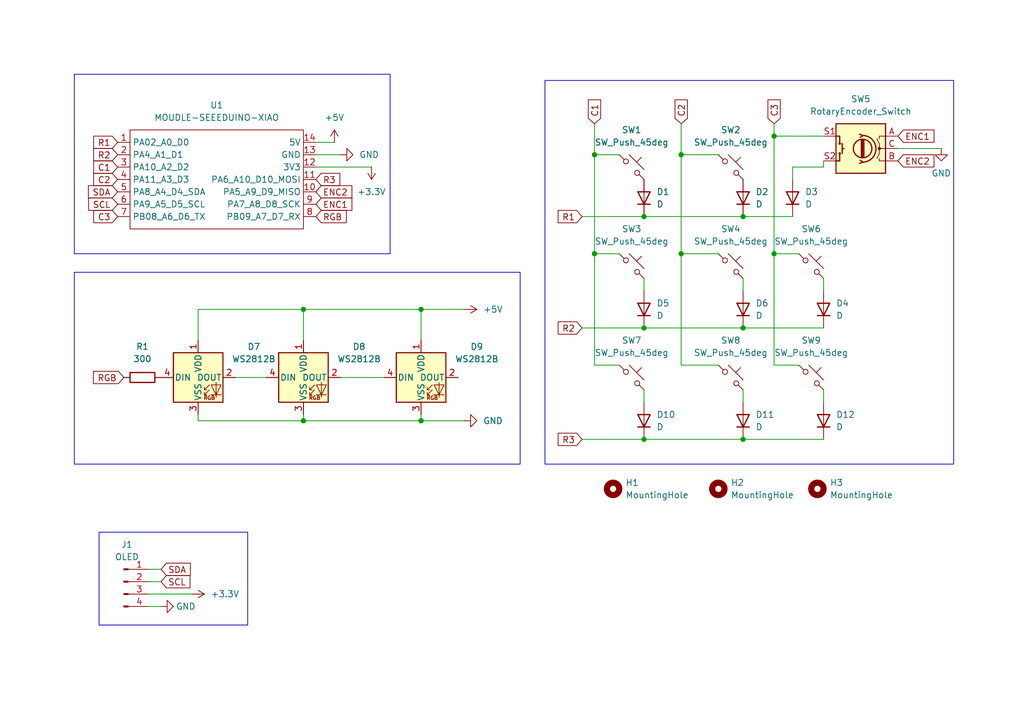
<source format=kicad_sch>
(kicad_sch (version 20231120) (generator "eeschema") (generator_version "8.0")
  (paper "A5")
  (title_block (title "Winpad") (date "2024-10-05") (rev "1") (company "Hack Club") (comment 1 "Created by @grimsteel"))
  (lib_symbols
    (symbol "Connector:Conn_01x04_Pin" (pin_names (offset 1.016) hide)
      (property "Reference" "J" (at 0 5.08 0))
      (property "Value" "Conn_01x04_Pin" (at 0 -7.62 0))
      (symbol "Conn_01x04_Pin_1_1"
        (polyline (pts (xy 1.27 -5.08) (xy 0.8636 -5.08)) (stroke (width 0.1524)))
        (polyline (pts (xy 1.27 -2.54) (xy 0.8636 -2.54)) (stroke (width 0.1524)))
        (polyline (pts (xy 1.27 0) (xy 0.8636 0)) (stroke (width 0.1524)))
        (polyline (pts (xy 1.27 2.54) (xy 0.8636 2.54)) (stroke (width 0.1524)))
        (rectangle (start 0.8636 -4.953) (end 0 -5.207) (stroke (width 0.1524)) (fill (type outline)))
        (rectangle (start 0.8636 -2.413) (end 0 -2.667) (stroke (width 0.1524)) (fill (type outline)))
        (rectangle (start 0.8636 0.127) (end 0 -0.127) (stroke (width 0.1524)) (fill (type outline)))
        (rectangle (start 0.8636 2.667) (end 0 2.413) (stroke (width 0.1524)) (fill (type outline)))
        (pin passive line (at 5.08 2.54 180) (length 3.81) (name "Pin_1") (number "1"))
        (pin passive line (at 5.08 0 180) (length 3.81) (name "Pin_2") (number "2"))
        (pin passive line (at 5.08 -2.54 180) (length 3.81) (name "Pin_3") (number "3"))
        (pin passive line (at 5.08 -5.08 180) (length 3.81) (name "Pin_4") (number "4"))
      )
    )
    (symbol "Device:D" (pin_numbers hide) (pin_names (offset 1.016) hide)
      (property "Reference" "D" (at 0 2.54 0))
      (property "Value" "D" (at 0 -2.54 0))
      (symbol "D_0_1"
        (polyline (pts (xy -1.27 1.27) (xy -1.27 -1.27)) (stroke (width 0.254)))
        (polyline (pts (xy 1.27 0) (xy -1.27 0)))
        (polyline (pts (xy 1.27 1.27) (xy 1.27 -1.27) (xy -1.27 0) (xy 1.27 1.27)) (stroke (width 0.254)))
      )
      (symbol "D_1_1"
        (pin passive line (at -3.81 0 0) (length 2.54) (name "K") (number "1"))
        (pin passive line (at 3.81 0 180) (length 2.54) (name "A") (number "2"))
      )
    )
    (symbol "Device:R" (pin_numbers hide) (pin_names (offset 0))
      (property "Reference" "R" (at 2.032 0 90))
      (property "Value" "R" (at 0 0 90))
      (symbol "R_0_1"
        (rectangle (start -1.016 -2.54) (end 1.016 2.54) (stroke (width 0.254)))
      )
      (symbol "R_1_1"
        (pin passive line (at 0 3.81 270) (length 1.27) (name "~") (number "1"))
        (pin passive line (at 0 -3.81 90) (length 1.27) (name "~") (number "2"))
      )
    )
    (symbol "Device:RotaryEncoder_Switch" (pin_names (offset 0.254) hide)
      (property "Reference" "SW" (at 0 6.604 0))
      (property "Value" "RotaryEncoder_Switch" (at 0 -6.604 0))
      (symbol "RotaryEncoder_Switch_0_1"
        (rectangle (start -5.08 5.08) (end 5.08 -5.08) (stroke (width 0.254)) (fill (type background)))
        (circle (center -3.81 0) (radius 0.254) (fill (type outline)))
        (circle (center -0.381 0) (radius 1.905) (stroke (width 0.254)))
        (arc (start -0.381 2.667) (mid -3.0988 -0.0635) (end -0.381 -2.794) (stroke (width 0.254)))
        (polyline (pts (xy -0.635 -1.778) (xy -0.635 1.778)) (stroke (width 0.254)))
        (polyline (pts (xy -0.381 -1.778) (xy -0.381 1.778)) (stroke (width 0.254)))
        (polyline (pts (xy -0.127 1.778) (xy -0.127 -1.778)) (stroke (width 0.254)))
        (polyline (pts (xy 3.81 0) (xy 3.429 0)) (stroke (width 0.254)))
        (polyline (pts (xy 3.81 1.016) (xy 3.81 -1.016)) (stroke (width 0.254)))
        (polyline (pts (xy -5.08 -2.54) (xy -3.81 -2.54) (xy -3.81 -2.032)))
        (polyline (pts (xy -5.08 2.54) (xy -3.81 2.54) (xy -3.81 2.032)))
        (polyline (pts (xy 0.254 -3.048) (xy -0.508 -2.794) (xy 0.127 -2.413)) (stroke (width 0.254)))
        (polyline (pts (xy 0.254 2.921) (xy -0.508 2.667) (xy 0.127 2.286)) (stroke (width 0.254)))
        (polyline (pts (xy 5.08 -2.54) (xy 4.318 -2.54) (xy 4.318 -1.016)) (stroke (width 0.254)))
        (polyline (pts (xy 5.08 2.54) (xy 4.318 2.54) (xy 4.318 1.016)) (stroke (width 0.254)))
        (polyline (pts (xy -5.08 0) (xy -3.81 0) (xy -3.81 -1.016) (xy -3.302 -2.032)))
        (polyline (pts (xy -4.318 0) (xy -3.81 0) (xy -3.81 1.016) (xy -3.302 2.032)))
        (circle (center 4.318 -1.016) (radius 0.127) (stroke (width 0.254)))
        (circle (center 4.318 1.016) (radius 0.127) (stroke (width 0.254)))
      )
      (symbol "RotaryEncoder_Switch_1_1"
        (pin passive line (at -7.62 2.54 0) (length 2.54) (name "A") (number "A"))
        (pin passive line (at -7.62 -2.54 0) (length 2.54) (name "B") (number "B"))
        (pin passive line (at -7.62 0 0) (length 2.54) (name "C") (number "C"))
        (pin passive line (at 7.62 2.54 180) (length 2.54) (name "S1") (number "S1"))
        (pin passive line (at 7.62 -2.54 180) (length 2.54) (name "S2") (number "S2"))
      )
    )
    (symbol "LED:WS2812B" (pin_names (offset 0.254))
      (property "Reference" "D" (at 5.08 5.715 0))
      (property "Value" "WS2812B" (at 1.27 -5.715 0))
      (symbol "WS2812B_0_0"
        (text "RGB" (at 2.286 -4.191 0) (effects (font (size 0.762 0.762))))
      )
      (symbol "WS2812B_0_1"
        (polyline (pts (xy 1.27 -3.556) (xy 1.778 -3.556)))
        (polyline (pts (xy 1.27 -2.54) (xy 1.778 -2.54)))
        (polyline (pts (xy 4.699 -3.556) (xy 2.667 -3.556)))
        (polyline (pts (xy 2.286 -2.54) (xy 1.27 -3.556) (xy 1.27 -3.048)))
        (polyline (pts (xy 2.286 -1.524) (xy 1.27 -2.54) (xy 1.27 -2.032)))
        (polyline (pts (xy 3.683 -1.016) (xy 3.683 -3.556) (xy 3.683 -4.064)))
        (polyline (pts (xy 4.699 -1.524) (xy 2.667 -1.524) (xy 3.683 -3.556) (xy 4.699 -1.524)))
        (rectangle (start 5.08 5.08) (end -5.08 -5.08) (stroke (width 0.254)) (fill (type background)))
      )
      (symbol "WS2812B_1_1"
        (pin power_in line (at 0 7.62 270) (length 2.54) (name "VDD") (number "1"))
        (pin output line (at 7.62 0 180) (length 2.54) (name "DOUT") (number "2"))
        (pin power_in line (at 0 -7.62 90) (length 2.54) (name "VSS") (number "3"))
        (pin input line (at -7.62 0 0) (length 2.54) (name "DIN") (number "4"))
      )
    )
    (symbol "Mechanical:MountingHole" (pin_names (offset 1.016)) (exclude_from_sim yes) (in_bom no)
      (property "Reference" "H" (at 0 5.08 0))
      (property "Value" "MountingHole" (at 0 3.175 0))
      (symbol "MountingHole_0_1"
        (circle (center 0 0) (radius 1.27) (stroke (width 1.27)))
      )
    )
    (symbol "Switch:SW_Push_45deg" (pin_numbers hide) (pin_names (offset 1.016) hide)
      (property "Reference" "SW" (at 3.048 1.016 0))
      (property "Value" "SW_Push_45deg" (at 0 -3.81 0))
      (symbol "SW_Push_45deg_0_1"
        (circle (center -1.1684 1.1684) (radius 0.508))
        (polyline (pts (xy -0.508 2.54) (xy 2.54 -0.508)))
        (polyline (pts (xy 1.016 1.016) (xy 2.032 2.032)))
        (polyline (pts (xy -2.54 2.54) (xy -1.524 1.524) (xy -1.524 1.524)))
        (polyline (pts (xy 1.524 -1.524) (xy 2.54 -2.54) (xy 2.54 -2.54) (xy 2.54 -2.54)))
        (circle (center 1.143 -1.1938) (radius 0.508))
        (pin passive line (at -2.54 2.54 0) (length 0) (name "1") (number "1"))
        (pin passive line (at 2.54 -2.54 180) (length 0) (name "2") (number "2"))
      )
    )
    (symbol "power:+3.3V" (power) (pin_numbers hide) (pin_names (offset 0) hide)
      (property "Value" "+3.3V" (at 0 3.556 0))
      (symbol "+3.3V_0_1"
        (polyline (pts (xy -0.762 1.27) (xy 0 2.54)))
        (polyline (pts (xy 0 0) (xy 0 2.54)))
        (polyline (pts (xy 0 2.54) (xy 0.762 1.27)))
      )
      (symbol "+3.3V_1_1"
        (pin power_in line (at 0 0 90) (length 0) (name "~") (number "1"))
      )
    )
    (symbol "power:+5V" (power) (pin_numbers hide) (pin_names (offset 0) hide)
      (property "Value" "+5V" (at 0 3.556 0))
      (symbol "+5V_0_1"
        (polyline (pts (xy -0.762 1.27) (xy 0 2.54)))
        (polyline (pts (xy 0 0) (xy 0 2.54)))
        (polyline (pts (xy 0 2.54) (xy 0.762 1.27)))
      )
      (symbol "+5V_1_1"
        (pin power_in line (at 0 0 90) (length 0) (name "~") (number "1"))
      )
    )
    (symbol "power:GND" (power) (pin_numbers hide) (pin_names (offset 0) hide)
      (property "Value" "GND" (at 0 -3.81 0))
      (symbol "GND_0_1"
        (polyline (pts (xy 0 0) (xy 0 -1.27) (xy 1.27 -1.27) (xy 0 -2.54) (xy -1.27 -1.27) (xy 0 -1.27)))
      )
      (symbol "GND_1_1"
        (pin power_in line (at 0 0 270) (length 0) (name "~") (number "1"))
      )
    )
    (symbol "seed xiao:MOUDLE-SEEEDUINO-XIAO"
      (property "Reference" "U" (at -16.51 11.43 0))
      (property "Value" "MOUDLE-SEEEDUINO-XIAO" (at -3.81 -11.43 0))
      (symbol "MOUDLE-SEEEDUINO-XIAO_0_1"
        (rectangle (start -16.51 10.16) (end 19.05 -10.16))
      )
      (symbol "MOUDLE-SEEEDUINO-XIAO_1_1"
        (pin passive line (at -19.05 7.62 0) (length 2.54) (name "PA02_A0_D0") (number "1"))
        (pin passive line (at 21.59 -2.54 180) (length 2.54) (name "PA5_A9_D9_MISO") (number "10"))
        (pin passive line (at 21.59 0 180) (length 2.54) (name "PA6_A10_D10_MOSI") (number "11"))
        (pin passive line (at 21.59 2.54 180) (length 2.54) (name "3V3") (number "12"))
        (pin passive line (at 21.59 5.08 180) (length 2.54) (name "GND") (number "13"))
        (pin passive line (at 21.59 7.62 180) (length 2.54) (name "5V") (number "14"))
        (pin passive line (at -19.05 5.08 0) (length 2.54) (name "PA4_A1_D1") (number "2"))
        (pin passive line (at -19.05 2.54 0) (length 2.54) (name "PA10_A2_D2") (number "3"))
        (pin passive line (at -19.05 0 0) (length 2.54) (name "PA11_A3_D3") (number "4"))
        (pin passive line (at -19.05 -2.54 0) (length 2.54) (name "PA8_A4_D4_SDA") (number "5"))
        (pin passive line (at -19.05 -5.08 0) (length 2.54) (name "PA9_A5_D5_SCL") (number "6"))
        (pin passive line (at -19.05 -7.62 0) (length 2.54) (name "PB08_A6_D6_TX") (number "7"))
        (pin passive line (at 21.59 -7.62 180) (length 2.54) (name "PB09_A7_D7_RX") (number "8"))
        (pin passive line (at 21.59 -5.08 180) (length 2.54) (name "PA7_A8_D8_SCK") (number "9"))
      )
    )
  )
  (junction (at 158.75 27.94))
  (junction (at 152.4 90.17))
  (junction (at 86.36 63.5))
  (junction (at 132.08 90.17))
  (junction (at 62.23 86.36))
  (junction (at 132.08 44.45))
  (junction (at 152.4 67.31))
  (junction (at 158.75 52.07))
  (junction (at 152.4 44.45))
  (junction (at 121.92 31.75))
  (junction (at 121.92 52.07))
  (junction (at 62.23 63.5))
  (junction (at 139.7 52.07))
  (junction (at 139.7 31.75))
  (junction (at 132.08 67.31))
  (junction (at 86.36 86.36))
  (wire (pts (xy 121.92 74.93) (xy 127 74.93)))
  (wire (pts (xy 168.91 57.15) (xy 168.91 59.69)))
  (wire (pts (xy 163.83 52.07) (xy 158.75 52.07)))
  (wire (pts (xy 62.23 85.09) (xy 62.23 86.36)))
  (wire (pts (xy 158.75 74.93) (xy 163.83 74.93)))
  (wire (pts (xy 121.92 25.4) (xy 121.92 31.75)))
  (wire (pts (xy 152.4 67.31) (xy 168.91 67.31)))
  (wire (pts (xy 86.36 63.5) (xy 95.25 63.5)))
  (wire (pts (xy 86.36 86.36) (xy 95.25 86.36)))
  (wire (pts (xy 86.36 63.5) (xy 86.36 69.85)))
  (wire (pts (xy 139.7 31.75) (xy 139.7 52.07)))
  (wire (pts (xy 158.75 25.4) (xy 158.75 27.94)))
  (wire (pts (xy 193.04 30.48) (xy 184.15 30.48)))
  (wire (pts (xy 152.4 80.01) (xy 152.4 82.55)))
  (wire (pts (xy 152.4 59.69) (xy 152.4 57.15)))
  (wire (pts (xy 33.02 124.46) (xy 30.48 124.46)))
  (wire (pts (xy 62.23 63.5) (xy 62.23 69.85)))
  (wire (pts (xy 168.91 80.01) (xy 168.91 82.55)))
  (wire (pts (xy 119.38 90.17) (xy 132.08 90.17)))
  (wire (pts (xy 30.48 116.84) (xy 33.02 116.84)))
  (wire (pts (xy 40.64 69.85) (xy 40.64 63.5)))
  (wire (pts (xy 139.7 74.93) (xy 147.32 74.93)))
  (wire (pts (xy 158.75 52.07) (xy 158.75 74.93)))
  (wire (pts (xy 40.64 86.36) (xy 62.23 86.36)))
  (wire (pts (xy 69.85 77.47) (xy 78.74 77.47)))
  (wire (pts (xy 121.92 52.07) (xy 127 52.07)))
  (wire (pts (xy 30.48 121.92) (xy 39.37 121.92)))
  (wire (pts (xy 62.23 86.36) (xy 86.36 86.36)))
  (wire (pts (xy 139.7 31.75) (xy 147.32 31.75)))
  (wire (pts (xy 119.38 67.31) (xy 132.08 67.31)))
  (wire (pts (xy 64.77 34.29) (xy 76.2 34.29)))
  (wire (pts (xy 40.64 63.5) (xy 62.23 63.5)))
  (wire (pts (xy 168.91 34.29) (xy 162.56 34.29)))
  (wire (pts (xy 152.4 90.17) (xy 168.91 90.17)))
  (wire (pts (xy 121.92 31.75) (xy 127 31.75)))
  (wire (pts (xy 121.92 31.75) (xy 121.92 52.07)))
  (wire (pts (xy 132.08 44.45) (xy 152.4 44.45)))
  (wire (pts (xy 121.92 52.07) (xy 121.92 74.93)))
  (wire (pts (xy 158.75 27.94) (xy 168.91 27.94)))
  (wire (pts (xy 132.08 59.69) (xy 132.08 57.15)))
  (wire (pts (xy 158.75 27.94) (xy 158.75 52.07)))
  (wire (pts (xy 30.48 119.38) (xy 33.02 119.38)))
  (wire (pts (xy 132.08 67.31) (xy 152.4 67.31)))
  (wire (pts (xy 139.7 52.07) (xy 147.32 52.07)))
  (wire (pts (xy 139.7 52.07) (xy 139.7 74.93)))
  (wire (pts (xy 64.77 29.21) (xy 68.58 29.21)))
  (wire (pts (xy 62.23 63.5) (xy 86.36 63.5)))
  (wire (pts (xy 168.91 33.02) (xy 168.91 34.29)))
  (wire (pts (xy 119.38 44.45) (xy 132.08 44.45)))
  (wire (pts (xy 132.08 80.01) (xy 132.08 82.55)))
  (wire (pts (xy 139.7 25.4) (xy 139.7 31.75)))
  (wire (pts (xy 64.77 31.75) (xy 69.85 31.75)))
  (wire (pts (xy 86.36 85.09) (xy 86.36 86.36)))
  (wire (pts (xy 40.64 85.09) (xy 40.64 86.36)))
  (wire (pts (xy 48.26 77.47) (xy 54.61 77.47)))
  (wire (pts (xy 152.4 44.45) (xy 162.56 44.45)))
  (wire (pts (xy 162.56 34.29) (xy 162.56 36.83)))
  (wire (pts (xy 132.08 90.17) (xy 152.4 90.17)))
  (rectangle (start 111.76 16.51) (end 195.58 95.25))
  (rectangle (start 15.24 15.24) (end 80.01 52.07))
  (rectangle (start 15.24 55.88) (end 106.68 95.25))
  (rectangle (start 20.32 109.22) (end 50.8 128.27))
  (global_label "ENC1" (shape input) (at 184.15 27.94 0) (property "Intersheetrefs" "${INTERSHEET_REFS}" (effects (hide yes))))
  (global_label "R3" (shape input) (at 64.77 36.83 0) (property "Intersheetrefs" "${INTERSHEET_REFS}" (effects (hide yes))))
  (global_label "RGB" (shape input) (at 25.4 77.47 180) (property "Intersheetrefs" "${INTERSHEET_REFS}" (effects (hide yes))))
  (global_label "ENC2" (shape input) (at 64.77 39.37 0) (property "Intersheetrefs" "${INTERSHEET_REFS}" (effects (hide yes))))
  (global_label "C3" (shape input) (at 24.13 44.45 180) (property "Intersheetrefs" "${INTERSHEET_REFS}" (effects (hide yes))))
  (global_label "SDA" (shape input) (at 33.02 116.84 0) (property "Intersheetrefs" "${INTERSHEET_REFS}" (effects (hide yes))))
  (global_label "C3" (shape input) (at 158.75 25.4 90) (property "Intersheetrefs" "${INTERSHEET_REFS}" (effects (hide yes))))
  (global_label "R2" (shape input) (at 119.38 67.31 180) (property "Intersheetrefs" "${INTERSHEET_REFS}" (effects (hide yes))))
  (global_label "ENC1" (shape input) (at 64.77 41.91 0) (property "Intersheetrefs" "${INTERSHEET_REFS}" (effects (hide yes))))
  (global_label "R1" (shape input) (at 119.38 44.45 180) (property "Intersheetrefs" "${INTERSHEET_REFS}" (effects (hide yes))))
  (global_label "SCL" (shape input) (at 33.02 119.38 0) (property "Intersheetrefs" "${INTERSHEET_REFS}" (effects (hide yes))))
  (global_label "C1" (shape input) (at 121.92 25.4 90) (property "Intersheetrefs" "${INTERSHEET_REFS}" (effects (hide yes))))
  (global_label "SDA" (shape input) (at 24.13 39.37 180) (property "Intersheetrefs" "${INTERSHEET_REFS}" (effects (hide yes))))
  (global_label "C2" (shape input) (at 139.7 25.4 90) (property "Intersheetrefs" "${INTERSHEET_REFS}" (effects (hide yes))))
  (global_label "C1" (shape input) (at 24.13 34.29 180) (property "Intersheetrefs" "${INTERSHEET_REFS}" (effects (hide yes))))
  (global_label "ENC2" (shape input) (at 184.15 33.02 0) (property "Intersheetrefs" "${INTERSHEET_REFS}" (effects (hide yes))))
  (global_label "R3" (shape input) (at 119.38 90.17 180) (property "Intersheetrefs" "${INTERSHEET_REFS}" (effects (hide yes))))
  (global_label "R1" (shape input) (at 24.13 29.21 180) (property "Intersheetrefs" "${INTERSHEET_REFS}" (effects (hide yes))))
  (global_label "C2" (shape input) (at 24.13 36.83 180) (property "Intersheetrefs" "${INTERSHEET_REFS}" (effects (hide yes))))
  (global_label "R2" (shape input) (at 24.13 31.75 180) (property "Intersheetrefs" "${INTERSHEET_REFS}" (effects (hide yes))))
  (global_label "RGB" (shape input) (at 64.77 44.45 0) (property "Intersheetrefs" "${INTERSHEET_REFS}" (effects (hide yes))))
  (global_label "SCL" (shape input) (at 24.13 41.91 180) (property "Intersheetrefs" "${INTERSHEET_REFS}" (effects (hide yes))))
  (symbol (lib_id "LED:WS2812B") (at 86.36 77.47 0) (unit 1)
    (property "Reference" "D9" (at 97.79 71.1514 0))
    (property "Value" "WS2812B" (at 97.79 73.6914 0))
    (property "Footprint" "LED_SMD:LED_WS2812B_PLCC4_5.0x5.0mm_P3.2mm" (effects (hide yes)))
    (property "Datasheet" "https://cdn-shop.adafruit.com/datasheets/WS2812B.pdf" (effects (hide yes)))
    (property "Description" "RGB LED with integrated controller" (effects (hide yes)))
  )
  (symbol (lib_id "LED:WS2812B") (at 62.23 77.47 0) (unit 1)
    (property "Reference" "D8" (at 73.66 71.1514 0))
    (property "Value" "WS2812B" (at 73.66 73.6914 0))
    (property "Footprint" "LED_SMD:LED_WS2812B_PLCC4_5.0x5.0mm_P3.2mm" (effects (hide yes)))
    (property "Datasheet" "https://cdn-shop.adafruit.com/datasheets/WS2812B.pdf" (effects (hide yes)))
    (property "Description" "RGB LED with integrated controller" (effects (hide yes)))
  )
  (symbol (lib_id "Device:R") (at 29.21 77.47 90) (unit 1)
    (property "Reference" "R1" (at 29.21 71.12 90))
    (property "Value" "300" (at 29.21 73.66 90))
    (property "Footprint" "Resistor_THT:R_Axial_DIN0207_L6.3mm_D2.5mm_P10.16mm_Horizontal" (effects (hide yes)))
    (property "Description" "Resistor" (effects (hide yes)))
  )
  (symbol (lib_id "Device:D") (at 168.91 63.5 90) (unit 1)
    (property "Reference" "D4" (at 171.45 62.2299 90) (effects (justify right)))
    (property "Value" "D" (at 171.45 64.7699 90) (effects (justify right)))
    (property "Footprint" "Diode_THT:D_DO-35_SOD27_P7.62mm_Horizontal" (effects (hide yes)))
    (property "Description" "Diode" (effects (hide yes)))
    (property "Sim.Device" "D" (effects (hide yes)))
    (property "Sim.Pins" "1=K 2=A" (effects (hide yes)))
  )
  (symbol (lib_id "Device:D") (at 132.08 63.5 90) (unit 1)
    (property "Reference" "D5" (at 134.62 62.2299 90) (effects (justify right)))
    (property "Value" "D" (at 134.62 64.7699 90) (effects (justify right)))
    (property "Footprint" "Diode_THT:D_DO-35_SOD27_P7.62mm_Horizontal" (effects (hide yes)))
    (property "Description" "Diode" (effects (hide yes)))
    (property "Sim.Device" "D" (effects (hide yes)))
    (property "Sim.Pins" "1=K 2=A" (effects (hide yes)))
  )
  (symbol (lib_id "power:GND") (at 193.04 30.48 0) (unit 1)
    (property "Reference" "#PWR06" (effects (hide yes)))
    (property "Value" "GND" (at 193.04 35.56 0))
    (property "Description" "Power symbol creates a global label with name \"GND\" , ground" (effects (hide yes)))
  )
  (symbol (lib_id "Mechanical:MountingHole") (at 125.73 100.33 0) (unit 1) (exclude_from_sim yes) (in_bom no)
    (property "Reference" "H1" (at 128.27 99.0599 0) (effects (justify left)))
    (property "Value" "MountingHole" (at 128.27 101.5999 0) (effects (justify left)))
    (property "Footprint" "MountingHole:MountingHole_2.2mm_M2" (effects (hide yes)))
    (property "Description" "Mounting Hole without connection" (effects (hide yes)))
  )
  (symbol (lib_id "Device:D") (at 168.91 86.36 90) (unit 1)
    (property "Reference" "D12" (at 171.45 85.0899 90) (effects (justify right)))
    (property "Value" "D" (at 171.45 87.6299 90) (effects (justify right)))
    (property "Footprint" "Diode_THT:D_DO-35_SOD27_P7.62mm_Horizontal" (effects (hide yes)))
    (property "Description" "Diode" (effects (hide yes)))
    (property "Sim.Device" "D" (effects (hide yes)))
    (property "Sim.Pins" "1=K 2=A" (effects (hide yes)))
  )
  (symbol (lib_id "Switch:SW_Push_45deg") (at 166.37 77.47 0) (unit 1)
    (property "Reference" "SW9" (at 166.37 69.85 0))
    (property "Value" "SW_Push_45deg" (at 166.37 72.39 0))
    (property "Footprint" "custom-stuff:SW_Cherry_MX_1.00u_PCB" (effects (hide yes)))
    (property "Description" "Push button switch, normally open, two pins, 45° tilted" (effects (hide yes)))
  )
  (symbol (lib_id "Switch:SW_Push_45deg") (at 129.54 77.47 0) (unit 1)
    (property "Reference" "SW7" (at 129.54 69.85 0))
    (property "Value" "SW_Push_45deg" (at 129.54 72.39 0))
    (property "Footprint" "custom-stuff:SW_Cherry_MX_1.00u_PCB" (effects (hide yes)))
    (property "Description" "Push button switch, normally open, two pins, 45° tilted" (effects (hide yes)))
  )
  (symbol (lib_id "Switch:SW_Push_45deg") (at 166.37 54.61 0) (unit 1)
    (property "Reference" "SW6" (at 166.37 46.99 0))
    (property "Value" "SW_Push_45deg" (at 166.37 49.53 0))
    (property "Footprint" "custom-stuff:SW_Cherry_MX_1.00u_PCB" (effects (hide yes)))
    (property "Description" "Push button switch, normally open, two pins, 45° tilted" (effects (hide yes)))
  )
  (symbol (lib_id "Mechanical:MountingHole") (at 167.64 100.33 0) (unit 1) (exclude_from_sim yes) (in_bom no)
    (property "Reference" "H3" (at 170.18 99.0599 0) (effects (justify left)))
    (property "Value" "MountingHole" (at 170.18 101.5999 0) (effects (justify left)))
    (property "Footprint" "MountingHole:MountingHole_2.2mm_M2" (effects (hide yes)))
    (property "Description" "Mounting Hole without connection" (effects (hide yes)))
  )
  (symbol (lib_id "Device:D") (at 162.56 40.64 90) (unit 1)
    (property "Reference" "D3" (at 165.1 39.3699 90) (effects (justify right)))
    (property "Value" "D" (at 165.1 41.9099 90) (effects (justify right)))
    (property "Footprint" "Diode_THT:D_DO-35_SOD27_P7.62mm_Horizontal" (effects (hide yes)))
    (property "Description" "Diode" (effects (hide yes)))
    (property "Sim.Device" "D" (effects (hide yes)))
    (property "Sim.Pins" "1=K 2=A" (effects (hide yes)))
  )
  (symbol (lib_id "power:GND") (at 69.85 31.75 90) (unit 1)
    (property "Reference" "#PWR01" (effects (hide yes)))
    (property "Value" "GND" (at 73.66 31.7499 90) (effects (justify right)))
    (property "Description" "Power symbol creates a global label with name \"GND\" , ground" (effects (hide yes)))
  )
  (symbol (lib_id "Switch:SW_Push_45deg") (at 149.86 77.47 0) (unit 1)
    (property "Reference" "SW8" (at 149.86 69.85 0))
    (property "Value" "SW_Push_45deg" (at 149.86 72.39 0))
    (property "Footprint" "custom-stuff:SW_Cherry_MX_1.00u_PCB" (effects (hide yes)))
    (property "Description" "Push button switch, normally open, two pins, 45° tilted" (effects (hide yes)))
  )
  (symbol (lib_id "Device:D") (at 152.4 63.5 90) (unit 1)
    (property "Reference" "D6" (at 154.94 62.2299 90) (effects (justify right)))
    (property "Value" "D" (at 154.94 64.7699 90) (effects (justify right)))
    (property "Footprint" "Diode_THT:D_DO-35_SOD27_P7.62mm_Horizontal" (effects (hide yes)))
    (property "Description" "Diode" (effects (hide yes)))
    (property "Sim.Device" "D" (effects (hide yes)))
    (property "Sim.Pins" "1=K 2=A" (effects (hide yes)))
  )
  (symbol (lib_id "Device:RotaryEncoder_Switch") (at 176.53 30.48 0) (mirror y) (unit 1)
    (property "Reference" "SW5" (at 176.53 20.32 0))
    (property "Value" "RotaryEncoder_Switch" (at 176.53 22.86 0))
    (property "Footprint" "custom-stuff:RotaryEncoder_Alps_EC11E-Switch_Vertical_H20mm" (effects (hide yes)))
    (property "Description" "Rotary encoder, dual channel, incremental quadrate outputs, with switch" (effects (hide yes)))
  )
  (symbol (lib_id "Switch:SW_Push_45deg") (at 129.54 34.29 0) (unit 1)
    (property "Reference" "SW1" (at 129.54 26.67 0))
    (property "Value" "SW_Push_45deg" (at 129.54 29.21 0))
    (property "Footprint" "custom-stuff:SW_Cherry_MX_1.00u_PCB" (effects (hide yes)))
    (property "Description" "Push button switch, normally open, two pins, 45° tilted" (effects (hide yes)))
  )
  (symbol (lib_id "Switch:SW_Push_45deg") (at 129.54 54.61 0) (unit 1)
    (property "Reference" "SW3" (at 129.54 46.99 0))
    (property "Value" "SW_Push_45deg" (at 129.54 49.53 0))
    (property "Footprint" "custom-stuff:SW_Cherry_MX_1.00u_PCB" (effects (hide yes)))
    (property "Description" "Push button switch, normally open, two pins, 45° tilted" (effects (hide yes)))
  )
  (symbol (lib_id "power:GND") (at 95.25 86.36 90) (unit 1)
    (property "Reference" "#PWR07" (effects (hide yes)))
    (property "Value" "GND" (at 99.06 86.3599 90) (effects (justify right)))
    (property "Description" "Power symbol creates a global label with name \"GND\" , ground" (effects (hide yes)))
  )
  (symbol (lib_id "power:+3.3V") (at 39.37 121.92 270) (mirror x) (unit 1)
    (property "Reference" "#PWR05" (effects (hide yes)))
    (property "Value" "+3.3V" (at 43.18 121.9199 90) (effects (justify left)))
    (property "Description" "Power symbol creates a global label with name \"+3.3V\"" (effects (hide yes)))
  )
  (symbol (lib_id "power:+5V") (at 95.25 63.5 270) (unit 1)
    (property "Reference" "#PWR08" (effects (hide yes)))
    (property "Value" "+5V" (at 99.06 63.4999 90) (effects (justify left)))
    (property "Description" "Power symbol creates a global label with name \"+5V\"" (effects (hide yes)))
  )
  (symbol (lib_id "Switch:SW_Push_45deg") (at 149.86 54.61 0) (unit 1)
    (property "Reference" "SW4" (at 149.86 46.99 0))
    (property "Value" "SW_Push_45deg" (at 149.86 49.53 0))
    (property "Footprint" "custom-stuff:SW_Cherry_MX_1.00u_PCB" (effects (hide yes)))
    (property "Description" "Push button switch, normally open, two pins, 45° tilted" (effects (hide yes)))
  )
  (symbol (lib_id "power:+3.3V") (at 76.2 34.29 0) (mirror x) (unit 1)
    (property "Reference" "#PWR03" (effects (hide yes)))
    (property "Value" "+3.3V" (at 76.2 39.37 0))
    (property "Description" "Power symbol creates a global label with name \"+3.3V\"" (effects (hide yes)))
  )
  (symbol (lib_id "Device:D") (at 132.08 86.36 90) (unit 1)
    (property "Reference" "D10" (at 134.62 85.0899 90) (effects (justify right)))
    (property "Value" "D" (at 134.62 87.6299 90) (effects (justify right)))
    (property "Footprint" "Diode_THT:D_DO-35_SOD27_P7.62mm_Horizontal" (effects (hide yes)))
    (property "Description" "Diode" (effects (hide yes)))
    (property "Sim.Device" "D" (effects (hide yes)))
    (property "Sim.Pins" "1=K 2=A" (effects (hide yes)))
  )
  (symbol (lib_id "Connector:Conn_01x04_Pin") (at 25.4 119.38 0) (unit 1)
    (property "Reference" "J1" (at 26.035 111.76 0))
    (property "Value" "OLED" (at 26.035 114.3 0))
    (property "Footprint" "Connector_PinHeader_2.54mm:PinHeader_1x04_P2.54mm_Vertical" (effects (hide yes)))
    (property "Description" "Generic connector, single row, 01x04, script generated" (effects (hide yes)))
  )
  (symbol (lib_id "LED:WS2812B") (at 40.64 77.47 0) (unit 1)
    (property "Reference" "D7" (at 52.07 71.1514 0))
    (property "Value" "WS2812B" (at 52.07 73.6914 0))
    (property "Footprint" "LED_SMD:LED_WS2812B_PLCC4_5.0x5.0mm_P3.2mm" (effects (hide yes)))
    (property "Datasheet" "https://cdn-shop.adafruit.com/datasheets/WS2812B.pdf" (effects (hide yes)))
    (property "Description" "RGB LED with integrated controller" (effects (hide yes)))
  )
  (symbol (lib_id "power:GND") (at 33.02 124.46 90) (unit 1)
    (property "Reference" "#PWR04" (effects (hide yes)))
    (property "Value" "GND" (at 38.1 124.46 90))
    (property "Description" "Power symbol creates a global label with name \"GND\" , ground" (effects (hide yes)))
  )
  (symbol (lib_id "Switch:SW_Push_45deg") (at 149.86 34.29 0) (unit 1)
    (property "Reference" "SW2" (at 149.86 26.67 0))
    (property "Value" "SW_Push_45deg" (at 149.86 29.21 0))
    (property "Footprint" "custom-stuff:SW_Cherry_MX_1.00u_PCB" (effects (hide yes)))
    (property "Description" "Push button switch, normally open, two pins, 45° tilted" (effects (hide yes)))
  )
  (symbol (lib_id "Device:D") (at 132.08 40.64 90) (unit 1)
    (property "Reference" "D1" (at 134.62 39.3699 90) (effects (justify right)))
    (property "Value" "D" (at 134.62 41.9099 90) (effects (justify right)))
    (property "Footprint" "Diode_THT:D_DO-35_SOD27_P7.62mm_Horizontal" (effects (hide yes)))
    (property "Description" "Diode" (effects (hide yes)))
    (property "Sim.Device" "D" (effects (hide yes)))
    (property "Sim.Pins" "1=K 2=A" (effects (hide yes)))
  )
  (symbol (lib_id "seed xiao:MOUDLE-SEEEDUINO-XIAO") (at 43.18 36.83 0) (unit 1)
    (property "Reference" "U1" (at 44.45 21.59 0))
    (property "Value" "MOUDLE-SEEEDUINO-XIAO" (at 44.45 24.13 0))
    (property "Footprint" "XIAO_PCB:MOUDLE14P-2.54-21X17.8MM" (effects (hide yes)))
  )
  (symbol (lib_id "power:+5V") (at 68.58 29.21 0) (unit 1)
    (property "Reference" "#PWR02" (effects (hide yes)))
    (property "Value" "+5V" (at 68.58 24.13 0))
    (property "Description" "Power symbol creates a global label with name \"+5V\"" (effects (hide yes)))
  )
  (symbol (lib_id "Mechanical:MountingHole") (at 147.32 100.33 0) (unit 1) (exclude_from_sim yes) (in_bom no)
    (property "Reference" "H2" (at 149.86 99.0599 0) (effects (justify left)))
    (property "Value" "MountingHole" (at 149.86 101.5999 0) (effects (justify left)))
    (property "Footprint" "MountingHole:MountingHole_2.2mm_M2" (effects (hide yes)))
    (property "Description" "Mounting Hole without connection" (effects (hide yes)))
  )
  (symbol (lib_id "Device:D") (at 152.4 86.36 90) (unit 1)
    (property "Reference" "D11" (at 154.94 85.0899 90) (effects (justify right)))
    (property "Value" "D" (at 154.94 87.6299 90) (effects (justify right)))
    (property "Footprint" "Diode_THT:D_DO-35_SOD27_P7.62mm_Horizontal" (effects (hide yes)))
    (property "Description" "Diode" (effects (hide yes)))
    (property "Sim.Device" "D" (effects (hide yes)))
    (property "Sim.Pins" "1=K 2=A" (effects (hide yes)))
  )
  (symbol (lib_id "Device:D") (at 152.4 40.64 90) (unit 1)
    (property "Reference" "D2" (at 154.94 39.3699 90) (effects (justify right)))
    (property "Value" "D" (at 154.94 41.9099 90) (effects (justify right)))
    (property "Footprint" "Diode_THT:D_DO-35_SOD27_P7.62mm_Horizontal" (effects (hide yes)))
    (property "Description" "Diode" (effects (hide yes)))
    (property "Sim.Device" "D" (effects (hide yes)))
    (property "Sim.Pins" "1=K 2=A" (effects (hide yes)))
  )
)
</source>
